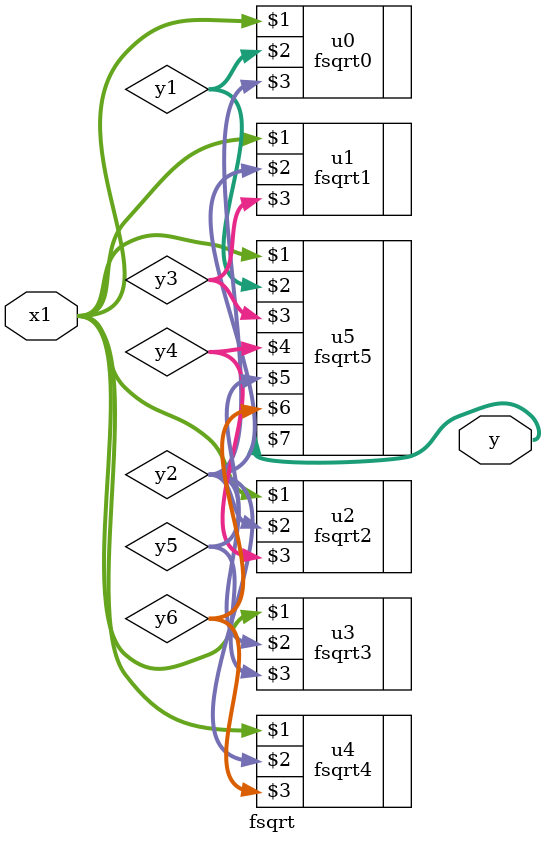
<source format=sv>
`default_nettype none

module fsqrt(
  input wire [31:0] x1,
  output wire [31:0] y );

  wire [23:0] y1, y2, y3, y4, y5, y6;
  fsqrt0 u0(x1, y1, y2);
  fsqrt1 u1(x1, y2, y3);
  fsqrt2 u2(x1, y2, y4);
  fsqrt3 u3(x1, y2, y5);
  fsqrt4 u4(x1, y2, y6);
  fsqrt5 u5(x1, y1, y3, y4, y5, y6, y);

endmodule

`default_nettype wire

</source>
